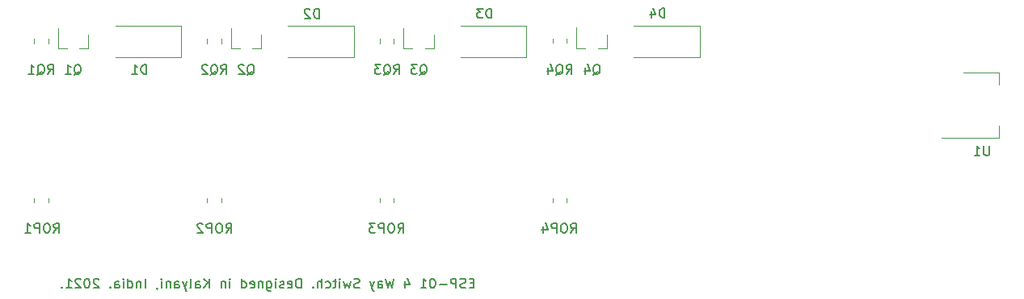
<source format=gbr>
%TF.GenerationSoftware,KiCad,Pcbnew,5.1.9-73d0e3b20d~88~ubuntu20.04.1*%
%TF.CreationDate,2021-10-10T01:19:02+05:30*%
%TF.ProjectId,ESP-Switch,4553502d-5377-4697-9463-682e6b696361,rev?*%
%TF.SameCoordinates,Original*%
%TF.FileFunction,Legend,Bot*%
%TF.FilePolarity,Positive*%
%FSLAX46Y46*%
G04 Gerber Fmt 4.6, Leading zero omitted, Abs format (unit mm)*
G04 Created by KiCad (PCBNEW 5.1.9-73d0e3b20d~88~ubuntu20.04.1) date 2021-10-10 01:19:02*
%MOMM*%
%LPD*%
G01*
G04 APERTURE LIST*
%ADD10C,0.150000*%
%ADD11C,0.120000*%
G04 APERTURE END LIST*
D10*
X90361428Y-78748571D02*
X90028095Y-78748571D01*
X89885238Y-79272380D02*
X90361428Y-79272380D01*
X90361428Y-78272380D01*
X89885238Y-78272380D01*
X89504285Y-79224761D02*
X89361428Y-79272380D01*
X89123333Y-79272380D01*
X89028095Y-79224761D01*
X88980476Y-79177142D01*
X88932857Y-79081904D01*
X88932857Y-78986666D01*
X88980476Y-78891428D01*
X89028095Y-78843809D01*
X89123333Y-78796190D01*
X89313809Y-78748571D01*
X89409047Y-78700952D01*
X89456666Y-78653333D01*
X89504285Y-78558095D01*
X89504285Y-78462857D01*
X89456666Y-78367619D01*
X89409047Y-78320000D01*
X89313809Y-78272380D01*
X89075714Y-78272380D01*
X88932857Y-78320000D01*
X88504285Y-79272380D02*
X88504285Y-78272380D01*
X88123333Y-78272380D01*
X88028095Y-78320000D01*
X87980476Y-78367619D01*
X87932857Y-78462857D01*
X87932857Y-78605714D01*
X87980476Y-78700952D01*
X88028095Y-78748571D01*
X88123333Y-78796190D01*
X88504285Y-78796190D01*
X87504285Y-78891428D02*
X86742380Y-78891428D01*
X86075714Y-78272380D02*
X85980476Y-78272380D01*
X85885238Y-78320000D01*
X85837619Y-78367619D01*
X85789999Y-78462857D01*
X85742380Y-78653333D01*
X85742380Y-78891428D01*
X85789999Y-79081904D01*
X85837619Y-79177142D01*
X85885238Y-79224761D01*
X85980476Y-79272380D01*
X86075714Y-79272380D01*
X86170952Y-79224761D01*
X86218571Y-79177142D01*
X86266190Y-79081904D01*
X86313809Y-78891428D01*
X86313809Y-78653333D01*
X86266190Y-78462857D01*
X86218571Y-78367619D01*
X86170952Y-78320000D01*
X86075714Y-78272380D01*
X84789999Y-79272380D02*
X85361428Y-79272380D01*
X85075714Y-79272380D02*
X85075714Y-78272380D01*
X85170952Y-78415238D01*
X85266190Y-78510476D01*
X85361428Y-78558095D01*
X83170952Y-78605714D02*
X83170952Y-79272380D01*
X83409047Y-78224761D02*
X83647142Y-78939047D01*
X83028095Y-78939047D01*
X81980476Y-78272380D02*
X81742380Y-79272380D01*
X81551904Y-78558095D01*
X81361428Y-79272380D01*
X81123333Y-78272380D01*
X80313809Y-79272380D02*
X80313809Y-78748571D01*
X80361428Y-78653333D01*
X80456666Y-78605714D01*
X80647142Y-78605714D01*
X80742380Y-78653333D01*
X80313809Y-79224761D02*
X80409047Y-79272380D01*
X80647142Y-79272380D01*
X80742380Y-79224761D01*
X80789999Y-79129523D01*
X80789999Y-79034285D01*
X80742380Y-78939047D01*
X80647142Y-78891428D01*
X80409047Y-78891428D01*
X80313809Y-78843809D01*
X79932857Y-78605714D02*
X79694761Y-79272380D01*
X79456666Y-78605714D02*
X79694761Y-79272380D01*
X79789999Y-79510476D01*
X79837619Y-79558095D01*
X79932857Y-79605714D01*
X78361428Y-79224761D02*
X78218571Y-79272380D01*
X77980476Y-79272380D01*
X77885238Y-79224761D01*
X77837619Y-79177142D01*
X77789999Y-79081904D01*
X77789999Y-78986666D01*
X77837619Y-78891428D01*
X77885238Y-78843809D01*
X77980476Y-78796190D01*
X78170952Y-78748571D01*
X78266190Y-78700952D01*
X78313809Y-78653333D01*
X78361428Y-78558095D01*
X78361428Y-78462857D01*
X78313809Y-78367619D01*
X78266190Y-78320000D01*
X78170952Y-78272380D01*
X77932857Y-78272380D01*
X77789999Y-78320000D01*
X77456666Y-78605714D02*
X77266190Y-79272380D01*
X77075714Y-78796190D01*
X76885238Y-79272380D01*
X76694761Y-78605714D01*
X76313809Y-79272380D02*
X76313809Y-78605714D01*
X76313809Y-78272380D02*
X76361428Y-78320000D01*
X76313809Y-78367619D01*
X76266190Y-78320000D01*
X76313809Y-78272380D01*
X76313809Y-78367619D01*
X75980476Y-78605714D02*
X75599523Y-78605714D01*
X75837619Y-78272380D02*
X75837619Y-79129523D01*
X75789999Y-79224761D01*
X75694761Y-79272380D01*
X75599523Y-79272380D01*
X74837619Y-79224761D02*
X74932857Y-79272380D01*
X75123333Y-79272380D01*
X75218571Y-79224761D01*
X75266190Y-79177142D01*
X75313809Y-79081904D01*
X75313809Y-78796190D01*
X75266190Y-78700952D01*
X75218571Y-78653333D01*
X75123333Y-78605714D01*
X74932857Y-78605714D01*
X74837619Y-78653333D01*
X74409047Y-79272380D02*
X74409047Y-78272380D01*
X73980476Y-79272380D02*
X73980476Y-78748571D01*
X74028095Y-78653333D01*
X74123333Y-78605714D01*
X74266190Y-78605714D01*
X74361428Y-78653333D01*
X74409047Y-78700952D01*
X73504285Y-79177142D02*
X73456666Y-79224761D01*
X73504285Y-79272380D01*
X73551904Y-79224761D01*
X73504285Y-79177142D01*
X73504285Y-79272380D01*
X72266190Y-79272380D02*
X72266190Y-78272380D01*
X72028095Y-78272380D01*
X71885238Y-78320000D01*
X71789999Y-78415238D01*
X71742380Y-78510476D01*
X71694761Y-78700952D01*
X71694761Y-78843809D01*
X71742380Y-79034285D01*
X71789999Y-79129523D01*
X71885238Y-79224761D01*
X72028095Y-79272380D01*
X72266190Y-79272380D01*
X70885238Y-79224761D02*
X70980476Y-79272380D01*
X71170952Y-79272380D01*
X71266190Y-79224761D01*
X71313809Y-79129523D01*
X71313809Y-78748571D01*
X71266190Y-78653333D01*
X71170952Y-78605714D01*
X70980476Y-78605714D01*
X70885238Y-78653333D01*
X70837619Y-78748571D01*
X70837619Y-78843809D01*
X71313809Y-78939047D01*
X70456666Y-79224761D02*
X70361428Y-79272380D01*
X70170952Y-79272380D01*
X70075714Y-79224761D01*
X70028095Y-79129523D01*
X70028095Y-79081904D01*
X70075714Y-78986666D01*
X70170952Y-78939047D01*
X70313809Y-78939047D01*
X70409047Y-78891428D01*
X70456666Y-78796190D01*
X70456666Y-78748571D01*
X70409047Y-78653333D01*
X70313809Y-78605714D01*
X70170952Y-78605714D01*
X70075714Y-78653333D01*
X69599523Y-79272380D02*
X69599523Y-78605714D01*
X69599523Y-78272380D02*
X69647142Y-78320000D01*
X69599523Y-78367619D01*
X69551904Y-78320000D01*
X69599523Y-78272380D01*
X69599523Y-78367619D01*
X68694761Y-78605714D02*
X68694761Y-79415238D01*
X68742380Y-79510476D01*
X68789999Y-79558095D01*
X68885238Y-79605714D01*
X69028095Y-79605714D01*
X69123333Y-79558095D01*
X68694761Y-79224761D02*
X68789999Y-79272380D01*
X68980476Y-79272380D01*
X69075714Y-79224761D01*
X69123333Y-79177142D01*
X69170952Y-79081904D01*
X69170952Y-78796190D01*
X69123333Y-78700952D01*
X69075714Y-78653333D01*
X68980476Y-78605714D01*
X68789999Y-78605714D01*
X68694761Y-78653333D01*
X68218571Y-78605714D02*
X68218571Y-79272380D01*
X68218571Y-78700952D02*
X68170952Y-78653333D01*
X68075714Y-78605714D01*
X67932857Y-78605714D01*
X67837619Y-78653333D01*
X67789999Y-78748571D01*
X67789999Y-79272380D01*
X66932857Y-79224761D02*
X67028095Y-79272380D01*
X67218571Y-79272380D01*
X67313809Y-79224761D01*
X67361428Y-79129523D01*
X67361428Y-78748571D01*
X67313809Y-78653333D01*
X67218571Y-78605714D01*
X67028095Y-78605714D01*
X66932857Y-78653333D01*
X66885238Y-78748571D01*
X66885238Y-78843809D01*
X67361428Y-78939047D01*
X66028095Y-79272380D02*
X66028095Y-78272380D01*
X66028095Y-79224761D02*
X66123333Y-79272380D01*
X66313809Y-79272380D01*
X66409047Y-79224761D01*
X66456666Y-79177142D01*
X66504285Y-79081904D01*
X66504285Y-78796190D01*
X66456666Y-78700952D01*
X66409047Y-78653333D01*
X66313809Y-78605714D01*
X66123333Y-78605714D01*
X66028095Y-78653333D01*
X64789999Y-79272380D02*
X64789999Y-78605714D01*
X64789999Y-78272380D02*
X64837619Y-78320000D01*
X64789999Y-78367619D01*
X64742380Y-78320000D01*
X64789999Y-78272380D01*
X64789999Y-78367619D01*
X64313809Y-78605714D02*
X64313809Y-79272380D01*
X64313809Y-78700952D02*
X64266190Y-78653333D01*
X64170952Y-78605714D01*
X64028095Y-78605714D01*
X63932857Y-78653333D01*
X63885238Y-78748571D01*
X63885238Y-79272380D01*
X62647142Y-79272380D02*
X62647142Y-78272380D01*
X62075714Y-79272380D02*
X62504285Y-78700952D01*
X62075714Y-78272380D02*
X62647142Y-78843809D01*
X61218571Y-79272380D02*
X61218571Y-78748571D01*
X61266190Y-78653333D01*
X61361428Y-78605714D01*
X61551904Y-78605714D01*
X61647142Y-78653333D01*
X61218571Y-79224761D02*
X61313809Y-79272380D01*
X61551904Y-79272380D01*
X61647142Y-79224761D01*
X61694761Y-79129523D01*
X61694761Y-79034285D01*
X61647142Y-78939047D01*
X61551904Y-78891428D01*
X61313809Y-78891428D01*
X61218571Y-78843809D01*
X60599523Y-79272380D02*
X60694761Y-79224761D01*
X60742380Y-79129523D01*
X60742380Y-78272380D01*
X60313809Y-78605714D02*
X60075714Y-79272380D01*
X59837619Y-78605714D02*
X60075714Y-79272380D01*
X60170952Y-79510476D01*
X60218571Y-79558095D01*
X60313809Y-79605714D01*
X59028095Y-79272380D02*
X59028095Y-78748571D01*
X59075714Y-78653333D01*
X59170952Y-78605714D01*
X59361428Y-78605714D01*
X59456666Y-78653333D01*
X59028095Y-79224761D02*
X59123333Y-79272380D01*
X59361428Y-79272380D01*
X59456666Y-79224761D01*
X59504285Y-79129523D01*
X59504285Y-79034285D01*
X59456666Y-78939047D01*
X59361428Y-78891428D01*
X59123333Y-78891428D01*
X59028095Y-78843809D01*
X58551904Y-78605714D02*
X58551904Y-79272380D01*
X58551904Y-78700952D02*
X58504285Y-78653333D01*
X58409047Y-78605714D01*
X58266190Y-78605714D01*
X58170952Y-78653333D01*
X58123333Y-78748571D01*
X58123333Y-79272380D01*
X57647142Y-79272380D02*
X57647142Y-78605714D01*
X57647142Y-78272380D02*
X57694761Y-78320000D01*
X57647142Y-78367619D01*
X57599523Y-78320000D01*
X57647142Y-78272380D01*
X57647142Y-78367619D01*
X57123333Y-79224761D02*
X57123333Y-79272380D01*
X57170952Y-79367619D01*
X57218571Y-79415238D01*
X55932857Y-79272380D02*
X55932857Y-78272380D01*
X55456666Y-78605714D02*
X55456666Y-79272380D01*
X55456666Y-78700952D02*
X55409047Y-78653333D01*
X55313809Y-78605714D01*
X55170952Y-78605714D01*
X55075714Y-78653333D01*
X55028095Y-78748571D01*
X55028095Y-79272380D01*
X54123333Y-79272380D02*
X54123333Y-78272380D01*
X54123333Y-79224761D02*
X54218571Y-79272380D01*
X54409047Y-79272380D01*
X54504285Y-79224761D01*
X54551904Y-79177142D01*
X54599523Y-79081904D01*
X54599523Y-78796190D01*
X54551904Y-78700952D01*
X54504285Y-78653333D01*
X54409047Y-78605714D01*
X54218571Y-78605714D01*
X54123333Y-78653333D01*
X53647142Y-79272380D02*
X53647142Y-78605714D01*
X53647142Y-78272380D02*
X53694761Y-78320000D01*
X53647142Y-78367619D01*
X53599523Y-78320000D01*
X53647142Y-78272380D01*
X53647142Y-78367619D01*
X52742380Y-79272380D02*
X52742380Y-78748571D01*
X52789999Y-78653333D01*
X52885238Y-78605714D01*
X53075714Y-78605714D01*
X53170952Y-78653333D01*
X52742380Y-79224761D02*
X52837619Y-79272380D01*
X53075714Y-79272380D01*
X53170952Y-79224761D01*
X53218571Y-79129523D01*
X53218571Y-79034285D01*
X53170952Y-78939047D01*
X53075714Y-78891428D01*
X52837619Y-78891428D01*
X52742380Y-78843809D01*
X52266190Y-79177142D02*
X52218571Y-79224761D01*
X52266190Y-79272380D01*
X52313809Y-79224761D01*
X52266190Y-79177142D01*
X52266190Y-79272380D01*
X51075714Y-78367619D02*
X51028095Y-78320000D01*
X50932857Y-78272380D01*
X50694761Y-78272380D01*
X50599523Y-78320000D01*
X50551904Y-78367619D01*
X50504285Y-78462857D01*
X50504285Y-78558095D01*
X50551904Y-78700952D01*
X51123333Y-79272380D01*
X50504285Y-79272380D01*
X49885238Y-78272380D02*
X49789999Y-78272380D01*
X49694761Y-78320000D01*
X49647142Y-78367619D01*
X49599523Y-78462857D01*
X49551904Y-78653333D01*
X49551904Y-78891428D01*
X49599523Y-79081904D01*
X49647142Y-79177142D01*
X49694761Y-79224761D01*
X49789999Y-79272380D01*
X49885238Y-79272380D01*
X49980476Y-79224761D01*
X50028095Y-79177142D01*
X50075714Y-79081904D01*
X50123333Y-78891428D01*
X50123333Y-78653333D01*
X50075714Y-78462857D01*
X50028095Y-78367619D01*
X49980476Y-78320000D01*
X49885238Y-78272380D01*
X49170952Y-78367619D02*
X49123333Y-78320000D01*
X49028095Y-78272380D01*
X48789999Y-78272380D01*
X48694761Y-78320000D01*
X48647142Y-78367619D01*
X48599523Y-78462857D01*
X48599523Y-78558095D01*
X48647142Y-78700952D01*
X49218571Y-79272380D01*
X48599523Y-79272380D01*
X47647142Y-79272380D02*
X48218571Y-79272380D01*
X47932857Y-79272380D02*
X47932857Y-78272380D01*
X48028095Y-78415238D01*
X48123333Y-78510476D01*
X48218571Y-78558095D01*
X47218571Y-79177142D02*
X47170952Y-79224761D01*
X47218571Y-79272380D01*
X47266190Y-79224761D01*
X47218571Y-79177142D01*
X47218571Y-79272380D01*
D11*
%TO.C,U1*%
X139380000Y-63490000D02*
X145390000Y-63490000D01*
X141630000Y-56670000D02*
X145390000Y-56670000D01*
X145390000Y-63490000D02*
X145390000Y-62230000D01*
X145390000Y-56670000D02*
X145390000Y-57930000D01*
%TO.C,D1*%
X59700000Y-51760000D02*
X52800000Y-51760000D01*
X59700000Y-55060000D02*
X52800000Y-55060000D01*
X59700000Y-51760000D02*
X59700000Y-55060000D01*
%TO.C,D2*%
X77800000Y-51760000D02*
X77800000Y-55060000D01*
X77800000Y-55060000D02*
X70900000Y-55060000D01*
X77800000Y-51760000D02*
X70900000Y-51760000D01*
%TO.C,D3*%
X95880000Y-51750000D02*
X95880000Y-55050000D01*
X95880000Y-55050000D02*
X88980000Y-55050000D01*
X95880000Y-51750000D02*
X88980000Y-51750000D01*
%TO.C,D4*%
X114010000Y-51730000D02*
X107110000Y-51730000D01*
X114010000Y-55030000D02*
X107110000Y-55030000D01*
X114010000Y-51730000D02*
X114010000Y-55030000D01*
%TO.C,Q1*%
X49980000Y-54120000D02*
X49980000Y-52660000D01*
X46820000Y-54120000D02*
X46820000Y-51960000D01*
X46820000Y-54120000D02*
X47750000Y-54120000D01*
X49980000Y-54120000D02*
X49050000Y-54120000D01*
%TO.C,Q2*%
X68085000Y-54120000D02*
X67155000Y-54120000D01*
X64925000Y-54120000D02*
X65855000Y-54120000D01*
X64925000Y-54120000D02*
X64925000Y-51960000D01*
X68085000Y-54120000D02*
X68085000Y-52660000D01*
%TO.C,Q3*%
X86170000Y-54110000D02*
X86170000Y-52650000D01*
X83010000Y-54110000D02*
X83010000Y-51950000D01*
X83010000Y-54110000D02*
X83940000Y-54110000D01*
X86170000Y-54110000D02*
X85240000Y-54110000D01*
%TO.C,Q4*%
X104290000Y-54090000D02*
X103360000Y-54090000D01*
X101130000Y-54090000D02*
X102060000Y-54090000D01*
X101130000Y-54090000D02*
X101130000Y-51930000D01*
X104290000Y-54090000D02*
X104290000Y-52630000D01*
%TO.C,ROP1*%
X44315000Y-69852936D02*
X44315000Y-70307064D01*
X45785000Y-69852936D02*
X45785000Y-70307064D01*
%TO.C,ROP2*%
X62415000Y-69852936D02*
X62415000Y-70307064D01*
X63885000Y-69852936D02*
X63885000Y-70307064D01*
%TO.C,ROP3*%
X80515000Y-69852936D02*
X80515000Y-70307064D01*
X81985000Y-69852936D02*
X81985000Y-70307064D01*
%TO.C,ROP4*%
X98615000Y-69852936D02*
X98615000Y-70307064D01*
X100085000Y-69852936D02*
X100085000Y-70307064D01*
%TO.C,RQ1*%
X45785000Y-53112936D02*
X45785000Y-53567064D01*
X44315000Y-53112936D02*
X44315000Y-53567064D01*
%TO.C,RQ2*%
X63895000Y-53112936D02*
X63895000Y-53567064D01*
X62425000Y-53112936D02*
X62425000Y-53567064D01*
%TO.C,RQ3*%
X81985000Y-53102936D02*
X81985000Y-53557064D01*
X80515000Y-53102936D02*
X80515000Y-53557064D01*
%TO.C,RQ4*%
X100095000Y-53082936D02*
X100095000Y-53537064D01*
X98625000Y-53082936D02*
X98625000Y-53537064D01*
%TO.C,U1*%
D10*
X144371904Y-64352380D02*
X144371904Y-65161904D01*
X144324285Y-65257142D01*
X144276666Y-65304761D01*
X144181428Y-65352380D01*
X143990952Y-65352380D01*
X143895714Y-65304761D01*
X143848095Y-65257142D01*
X143800476Y-65161904D01*
X143800476Y-64352380D01*
X142800476Y-65352380D02*
X143371904Y-65352380D01*
X143086190Y-65352380D02*
X143086190Y-64352380D01*
X143181428Y-64495238D01*
X143276666Y-64590476D01*
X143371904Y-64638095D01*
%TO.C,D1*%
X56058095Y-56792380D02*
X56058095Y-55792380D01*
X55820000Y-55792380D01*
X55677142Y-55840000D01*
X55581904Y-55935238D01*
X55534285Y-56030476D01*
X55486666Y-56220952D01*
X55486666Y-56363809D01*
X55534285Y-56554285D01*
X55581904Y-56649523D01*
X55677142Y-56744761D01*
X55820000Y-56792380D01*
X56058095Y-56792380D01*
X54534285Y-56792380D02*
X55105714Y-56792380D01*
X54820000Y-56792380D02*
X54820000Y-55792380D01*
X54915238Y-55935238D01*
X55010476Y-56030476D01*
X55105714Y-56078095D01*
%TO.C,D2*%
X74138095Y-50932380D02*
X74138095Y-49932380D01*
X73900000Y-49932380D01*
X73757142Y-49980000D01*
X73661904Y-50075238D01*
X73614285Y-50170476D01*
X73566666Y-50360952D01*
X73566666Y-50503809D01*
X73614285Y-50694285D01*
X73661904Y-50789523D01*
X73757142Y-50884761D01*
X73900000Y-50932380D01*
X74138095Y-50932380D01*
X73185714Y-50027619D02*
X73138095Y-49980000D01*
X73042857Y-49932380D01*
X72804761Y-49932380D01*
X72709523Y-49980000D01*
X72661904Y-50027619D01*
X72614285Y-50122857D01*
X72614285Y-50218095D01*
X72661904Y-50360952D01*
X73233333Y-50932380D01*
X72614285Y-50932380D01*
%TO.C,D3*%
X92218095Y-50912380D02*
X92218095Y-49912380D01*
X91980000Y-49912380D01*
X91837142Y-49960000D01*
X91741904Y-50055238D01*
X91694285Y-50150476D01*
X91646666Y-50340952D01*
X91646666Y-50483809D01*
X91694285Y-50674285D01*
X91741904Y-50769523D01*
X91837142Y-50864761D01*
X91980000Y-50912380D01*
X92218095Y-50912380D01*
X91313333Y-49912380D02*
X90694285Y-49912380D01*
X91027619Y-50293333D01*
X90884761Y-50293333D01*
X90789523Y-50340952D01*
X90741904Y-50388571D01*
X90694285Y-50483809D01*
X90694285Y-50721904D01*
X90741904Y-50817142D01*
X90789523Y-50864761D01*
X90884761Y-50912380D01*
X91170476Y-50912380D01*
X91265714Y-50864761D01*
X91313333Y-50817142D01*
%TO.C,D4*%
X110348095Y-50872380D02*
X110348095Y-49872380D01*
X110110000Y-49872380D01*
X109967142Y-49920000D01*
X109871904Y-50015238D01*
X109824285Y-50110476D01*
X109776666Y-50300952D01*
X109776666Y-50443809D01*
X109824285Y-50634285D01*
X109871904Y-50729523D01*
X109967142Y-50824761D01*
X110110000Y-50872380D01*
X110348095Y-50872380D01*
X108919523Y-50205714D02*
X108919523Y-50872380D01*
X109157619Y-49824761D02*
X109395714Y-50539047D01*
X108776666Y-50539047D01*
%TO.C,Q1*%
X48475238Y-56887619D02*
X48570476Y-56840000D01*
X48665714Y-56744761D01*
X48808571Y-56601904D01*
X48903809Y-56554285D01*
X48999047Y-56554285D01*
X48951428Y-56792380D02*
X49046666Y-56744761D01*
X49141904Y-56649523D01*
X49189523Y-56459047D01*
X49189523Y-56125714D01*
X49141904Y-55935238D01*
X49046666Y-55840000D01*
X48951428Y-55792380D01*
X48760952Y-55792380D01*
X48665714Y-55840000D01*
X48570476Y-55935238D01*
X48522857Y-56125714D01*
X48522857Y-56459047D01*
X48570476Y-56649523D01*
X48665714Y-56744761D01*
X48760952Y-56792380D01*
X48951428Y-56792380D01*
X47570476Y-56792380D02*
X48141904Y-56792380D01*
X47856190Y-56792380D02*
X47856190Y-55792380D01*
X47951428Y-55935238D01*
X48046666Y-56030476D01*
X48141904Y-56078095D01*
%TO.C,Q2*%
X66620238Y-56887619D02*
X66715476Y-56840000D01*
X66810714Y-56744761D01*
X66953571Y-56601904D01*
X67048809Y-56554285D01*
X67144047Y-56554285D01*
X67096428Y-56792380D02*
X67191666Y-56744761D01*
X67286904Y-56649523D01*
X67334523Y-56459047D01*
X67334523Y-56125714D01*
X67286904Y-55935238D01*
X67191666Y-55840000D01*
X67096428Y-55792380D01*
X66905952Y-55792380D01*
X66810714Y-55840000D01*
X66715476Y-55935238D01*
X66667857Y-56125714D01*
X66667857Y-56459047D01*
X66715476Y-56649523D01*
X66810714Y-56744761D01*
X66905952Y-56792380D01*
X67096428Y-56792380D01*
X66286904Y-55887619D02*
X66239285Y-55840000D01*
X66144047Y-55792380D01*
X65905952Y-55792380D01*
X65810714Y-55840000D01*
X65763095Y-55887619D01*
X65715476Y-55982857D01*
X65715476Y-56078095D01*
X65763095Y-56220952D01*
X66334523Y-56792380D01*
X65715476Y-56792380D01*
%TO.C,Q3*%
X84695238Y-56887619D02*
X84790476Y-56840000D01*
X84885714Y-56744761D01*
X85028571Y-56601904D01*
X85123809Y-56554285D01*
X85219047Y-56554285D01*
X85171428Y-56792380D02*
X85266666Y-56744761D01*
X85361904Y-56649523D01*
X85409523Y-56459047D01*
X85409523Y-56125714D01*
X85361904Y-55935238D01*
X85266666Y-55840000D01*
X85171428Y-55792380D01*
X84980952Y-55792380D01*
X84885714Y-55840000D01*
X84790476Y-55935238D01*
X84742857Y-56125714D01*
X84742857Y-56459047D01*
X84790476Y-56649523D01*
X84885714Y-56744761D01*
X84980952Y-56792380D01*
X85171428Y-56792380D01*
X84409523Y-55792380D02*
X83790476Y-55792380D01*
X84123809Y-56173333D01*
X83980952Y-56173333D01*
X83885714Y-56220952D01*
X83838095Y-56268571D01*
X83790476Y-56363809D01*
X83790476Y-56601904D01*
X83838095Y-56697142D01*
X83885714Y-56744761D01*
X83980952Y-56792380D01*
X84266666Y-56792380D01*
X84361904Y-56744761D01*
X84409523Y-56697142D01*
%TO.C,Q4*%
X102845238Y-56887619D02*
X102940476Y-56840000D01*
X103035714Y-56744761D01*
X103178571Y-56601904D01*
X103273809Y-56554285D01*
X103369047Y-56554285D01*
X103321428Y-56792380D02*
X103416666Y-56744761D01*
X103511904Y-56649523D01*
X103559523Y-56459047D01*
X103559523Y-56125714D01*
X103511904Y-55935238D01*
X103416666Y-55840000D01*
X103321428Y-55792380D01*
X103130952Y-55792380D01*
X103035714Y-55840000D01*
X102940476Y-55935238D01*
X102892857Y-56125714D01*
X102892857Y-56459047D01*
X102940476Y-56649523D01*
X103035714Y-56744761D01*
X103130952Y-56792380D01*
X103321428Y-56792380D01*
X102035714Y-56125714D02*
X102035714Y-56792380D01*
X102273809Y-55744761D02*
X102511904Y-56459047D01*
X101892857Y-56459047D01*
%TO.C,ROP1*%
X46350476Y-73472380D02*
X46683809Y-72996190D01*
X46921904Y-73472380D02*
X46921904Y-72472380D01*
X46540952Y-72472380D01*
X46445714Y-72520000D01*
X46398095Y-72567619D01*
X46350476Y-72662857D01*
X46350476Y-72805714D01*
X46398095Y-72900952D01*
X46445714Y-72948571D01*
X46540952Y-72996190D01*
X46921904Y-72996190D01*
X45731428Y-72472380D02*
X45540952Y-72472380D01*
X45445714Y-72520000D01*
X45350476Y-72615238D01*
X45302857Y-72805714D01*
X45302857Y-73139047D01*
X45350476Y-73329523D01*
X45445714Y-73424761D01*
X45540952Y-73472380D01*
X45731428Y-73472380D01*
X45826666Y-73424761D01*
X45921904Y-73329523D01*
X45969523Y-73139047D01*
X45969523Y-72805714D01*
X45921904Y-72615238D01*
X45826666Y-72520000D01*
X45731428Y-72472380D01*
X44874285Y-73472380D02*
X44874285Y-72472380D01*
X44493333Y-72472380D01*
X44398095Y-72520000D01*
X44350476Y-72567619D01*
X44302857Y-72662857D01*
X44302857Y-72805714D01*
X44350476Y-72900952D01*
X44398095Y-72948571D01*
X44493333Y-72996190D01*
X44874285Y-72996190D01*
X43350476Y-73472380D02*
X43921904Y-73472380D01*
X43636190Y-73472380D02*
X43636190Y-72472380D01*
X43731428Y-72615238D01*
X43826666Y-72710476D01*
X43921904Y-72758095D01*
%TO.C,ROP2*%
X64390476Y-73472380D02*
X64723809Y-72996190D01*
X64961904Y-73472380D02*
X64961904Y-72472380D01*
X64580952Y-72472380D01*
X64485714Y-72520000D01*
X64438095Y-72567619D01*
X64390476Y-72662857D01*
X64390476Y-72805714D01*
X64438095Y-72900952D01*
X64485714Y-72948571D01*
X64580952Y-72996190D01*
X64961904Y-72996190D01*
X63771428Y-72472380D02*
X63580952Y-72472380D01*
X63485714Y-72520000D01*
X63390476Y-72615238D01*
X63342857Y-72805714D01*
X63342857Y-73139047D01*
X63390476Y-73329523D01*
X63485714Y-73424761D01*
X63580952Y-73472380D01*
X63771428Y-73472380D01*
X63866666Y-73424761D01*
X63961904Y-73329523D01*
X64009523Y-73139047D01*
X64009523Y-72805714D01*
X63961904Y-72615238D01*
X63866666Y-72520000D01*
X63771428Y-72472380D01*
X62914285Y-73472380D02*
X62914285Y-72472380D01*
X62533333Y-72472380D01*
X62438095Y-72520000D01*
X62390476Y-72567619D01*
X62342857Y-72662857D01*
X62342857Y-72805714D01*
X62390476Y-72900952D01*
X62438095Y-72948571D01*
X62533333Y-72996190D01*
X62914285Y-72996190D01*
X61961904Y-72567619D02*
X61914285Y-72520000D01*
X61819047Y-72472380D01*
X61580952Y-72472380D01*
X61485714Y-72520000D01*
X61438095Y-72567619D01*
X61390476Y-72662857D01*
X61390476Y-72758095D01*
X61438095Y-72900952D01*
X62009523Y-73472380D01*
X61390476Y-73472380D01*
%TO.C,ROP3*%
X82420476Y-73472380D02*
X82753809Y-72996190D01*
X82991904Y-73472380D02*
X82991904Y-72472380D01*
X82610952Y-72472380D01*
X82515714Y-72520000D01*
X82468095Y-72567619D01*
X82420476Y-72662857D01*
X82420476Y-72805714D01*
X82468095Y-72900952D01*
X82515714Y-72948571D01*
X82610952Y-72996190D01*
X82991904Y-72996190D01*
X81801428Y-72472380D02*
X81610952Y-72472380D01*
X81515714Y-72520000D01*
X81420476Y-72615238D01*
X81372857Y-72805714D01*
X81372857Y-73139047D01*
X81420476Y-73329523D01*
X81515714Y-73424761D01*
X81610952Y-73472380D01*
X81801428Y-73472380D01*
X81896666Y-73424761D01*
X81991904Y-73329523D01*
X82039523Y-73139047D01*
X82039523Y-72805714D01*
X81991904Y-72615238D01*
X81896666Y-72520000D01*
X81801428Y-72472380D01*
X80944285Y-73472380D02*
X80944285Y-72472380D01*
X80563333Y-72472380D01*
X80468095Y-72520000D01*
X80420476Y-72567619D01*
X80372857Y-72662857D01*
X80372857Y-72805714D01*
X80420476Y-72900952D01*
X80468095Y-72948571D01*
X80563333Y-72996190D01*
X80944285Y-72996190D01*
X80039523Y-72472380D02*
X79420476Y-72472380D01*
X79753809Y-72853333D01*
X79610952Y-72853333D01*
X79515714Y-72900952D01*
X79468095Y-72948571D01*
X79420476Y-73043809D01*
X79420476Y-73281904D01*
X79468095Y-73377142D01*
X79515714Y-73424761D01*
X79610952Y-73472380D01*
X79896666Y-73472380D01*
X79991904Y-73424761D01*
X80039523Y-73377142D01*
%TO.C,ROP4*%
X100520476Y-73472380D02*
X100853809Y-72996190D01*
X101091904Y-73472380D02*
X101091904Y-72472380D01*
X100710952Y-72472380D01*
X100615714Y-72520000D01*
X100568095Y-72567619D01*
X100520476Y-72662857D01*
X100520476Y-72805714D01*
X100568095Y-72900952D01*
X100615714Y-72948571D01*
X100710952Y-72996190D01*
X101091904Y-72996190D01*
X99901428Y-72472380D02*
X99710952Y-72472380D01*
X99615714Y-72520000D01*
X99520476Y-72615238D01*
X99472857Y-72805714D01*
X99472857Y-73139047D01*
X99520476Y-73329523D01*
X99615714Y-73424761D01*
X99710952Y-73472380D01*
X99901428Y-73472380D01*
X99996666Y-73424761D01*
X100091904Y-73329523D01*
X100139523Y-73139047D01*
X100139523Y-72805714D01*
X100091904Y-72615238D01*
X99996666Y-72520000D01*
X99901428Y-72472380D01*
X99044285Y-73472380D02*
X99044285Y-72472380D01*
X98663333Y-72472380D01*
X98568095Y-72520000D01*
X98520476Y-72567619D01*
X98472857Y-72662857D01*
X98472857Y-72805714D01*
X98520476Y-72900952D01*
X98568095Y-72948571D01*
X98663333Y-72996190D01*
X99044285Y-72996190D01*
X97615714Y-72805714D02*
X97615714Y-73472380D01*
X97853809Y-72424761D02*
X98091904Y-73139047D01*
X97472857Y-73139047D01*
%TO.C,RQ1*%
X45720476Y-56792380D02*
X46053809Y-56316190D01*
X46291904Y-56792380D02*
X46291904Y-55792380D01*
X45910952Y-55792380D01*
X45815714Y-55840000D01*
X45768095Y-55887619D01*
X45720476Y-55982857D01*
X45720476Y-56125714D01*
X45768095Y-56220952D01*
X45815714Y-56268571D01*
X45910952Y-56316190D01*
X46291904Y-56316190D01*
X44625238Y-56887619D02*
X44720476Y-56840000D01*
X44815714Y-56744761D01*
X44958571Y-56601904D01*
X45053809Y-56554285D01*
X45149047Y-56554285D01*
X45101428Y-56792380D02*
X45196666Y-56744761D01*
X45291904Y-56649523D01*
X45339523Y-56459047D01*
X45339523Y-56125714D01*
X45291904Y-55935238D01*
X45196666Y-55840000D01*
X45101428Y-55792380D01*
X44910952Y-55792380D01*
X44815714Y-55840000D01*
X44720476Y-55935238D01*
X44672857Y-56125714D01*
X44672857Y-56459047D01*
X44720476Y-56649523D01*
X44815714Y-56744761D01*
X44910952Y-56792380D01*
X45101428Y-56792380D01*
X43720476Y-56792380D02*
X44291904Y-56792380D01*
X44006190Y-56792380D02*
X44006190Y-55792380D01*
X44101428Y-55935238D01*
X44196666Y-56030476D01*
X44291904Y-56078095D01*
%TO.C,RQ2*%
X63870476Y-56792380D02*
X64203809Y-56316190D01*
X64441904Y-56792380D02*
X64441904Y-55792380D01*
X64060952Y-55792380D01*
X63965714Y-55840000D01*
X63918095Y-55887619D01*
X63870476Y-55982857D01*
X63870476Y-56125714D01*
X63918095Y-56220952D01*
X63965714Y-56268571D01*
X64060952Y-56316190D01*
X64441904Y-56316190D01*
X62775238Y-56887619D02*
X62870476Y-56840000D01*
X62965714Y-56744761D01*
X63108571Y-56601904D01*
X63203809Y-56554285D01*
X63299047Y-56554285D01*
X63251428Y-56792380D02*
X63346666Y-56744761D01*
X63441904Y-56649523D01*
X63489523Y-56459047D01*
X63489523Y-56125714D01*
X63441904Y-55935238D01*
X63346666Y-55840000D01*
X63251428Y-55792380D01*
X63060952Y-55792380D01*
X62965714Y-55840000D01*
X62870476Y-55935238D01*
X62822857Y-56125714D01*
X62822857Y-56459047D01*
X62870476Y-56649523D01*
X62965714Y-56744761D01*
X63060952Y-56792380D01*
X63251428Y-56792380D01*
X62441904Y-55887619D02*
X62394285Y-55840000D01*
X62299047Y-55792380D01*
X62060952Y-55792380D01*
X61965714Y-55840000D01*
X61918095Y-55887619D01*
X61870476Y-55982857D01*
X61870476Y-56078095D01*
X61918095Y-56220952D01*
X62489523Y-56792380D01*
X61870476Y-56792380D01*
%TO.C,RQ3*%
X81990476Y-56792380D02*
X82323809Y-56316190D01*
X82561904Y-56792380D02*
X82561904Y-55792380D01*
X82180952Y-55792380D01*
X82085714Y-55840000D01*
X82038095Y-55887619D01*
X81990476Y-55982857D01*
X81990476Y-56125714D01*
X82038095Y-56220952D01*
X82085714Y-56268571D01*
X82180952Y-56316190D01*
X82561904Y-56316190D01*
X80895238Y-56887619D02*
X80990476Y-56840000D01*
X81085714Y-56744761D01*
X81228571Y-56601904D01*
X81323809Y-56554285D01*
X81419047Y-56554285D01*
X81371428Y-56792380D02*
X81466666Y-56744761D01*
X81561904Y-56649523D01*
X81609523Y-56459047D01*
X81609523Y-56125714D01*
X81561904Y-55935238D01*
X81466666Y-55840000D01*
X81371428Y-55792380D01*
X81180952Y-55792380D01*
X81085714Y-55840000D01*
X80990476Y-55935238D01*
X80942857Y-56125714D01*
X80942857Y-56459047D01*
X80990476Y-56649523D01*
X81085714Y-56744761D01*
X81180952Y-56792380D01*
X81371428Y-56792380D01*
X80609523Y-55792380D02*
X79990476Y-55792380D01*
X80323809Y-56173333D01*
X80180952Y-56173333D01*
X80085714Y-56220952D01*
X80038095Y-56268571D01*
X79990476Y-56363809D01*
X79990476Y-56601904D01*
X80038095Y-56697142D01*
X80085714Y-56744761D01*
X80180952Y-56792380D01*
X80466666Y-56792380D01*
X80561904Y-56744761D01*
X80609523Y-56697142D01*
%TO.C,RQ4*%
X100050476Y-56792380D02*
X100383809Y-56316190D01*
X100621904Y-56792380D02*
X100621904Y-55792380D01*
X100240952Y-55792380D01*
X100145714Y-55840000D01*
X100098095Y-55887619D01*
X100050476Y-55982857D01*
X100050476Y-56125714D01*
X100098095Y-56220952D01*
X100145714Y-56268571D01*
X100240952Y-56316190D01*
X100621904Y-56316190D01*
X98955238Y-56887619D02*
X99050476Y-56840000D01*
X99145714Y-56744761D01*
X99288571Y-56601904D01*
X99383809Y-56554285D01*
X99479047Y-56554285D01*
X99431428Y-56792380D02*
X99526666Y-56744761D01*
X99621904Y-56649523D01*
X99669523Y-56459047D01*
X99669523Y-56125714D01*
X99621904Y-55935238D01*
X99526666Y-55840000D01*
X99431428Y-55792380D01*
X99240952Y-55792380D01*
X99145714Y-55840000D01*
X99050476Y-55935238D01*
X99002857Y-56125714D01*
X99002857Y-56459047D01*
X99050476Y-56649523D01*
X99145714Y-56744761D01*
X99240952Y-56792380D01*
X99431428Y-56792380D01*
X98145714Y-56125714D02*
X98145714Y-56792380D01*
X98383809Y-55744761D02*
X98621904Y-56459047D01*
X98002857Y-56459047D01*
%TD*%
M02*

</source>
